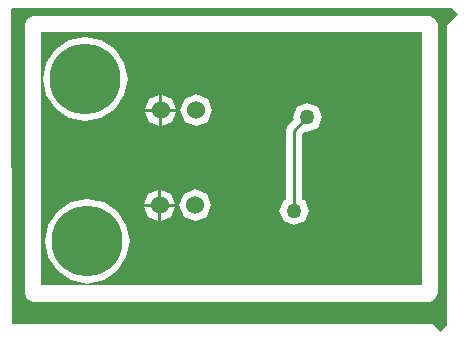
<source format=gbl>
%FSLAX23Y23*%
%MOIN*%
G70*
G01*
G75*
G04 Layer_Physical_Order=2*
G04 Layer_Color=16711680*
%ADD10R,0.035X0.031*%
%ADD11R,0.118X0.039*%
%ADD12R,0.118X0.059*%
%ADD13C,0.010*%
%ADD14C,0.060*%
%ADD15C,0.039*%
%ADD16C,0.236*%
%ADD17C,0.050*%
G36*
X1417Y931D02*
X1379Y893D01*
Y-14D01*
Y-107D01*
X1358Y-128D01*
X1334Y-103D01*
X-69D01*
X-73Y948D01*
X-69Y952D01*
X1397D01*
X1417Y931D01*
D02*
G37*
%LPC*%
G36*
X1322Y924D02*
X0D01*
X-19Y916D01*
X-27Y897D01*
Y0D01*
X-27Y0D01*
X-27D01*
X-19Y-19D01*
X0Y-27D01*
X1322D01*
X1341Y-19D01*
X1349Y0D01*
Y897D01*
X1341Y916D01*
X1322Y924D01*
D02*
G37*
%LPD*%
G36*
X1295Y27D02*
X27D01*
Y870D01*
X1295D01*
Y27D01*
D02*
G37*
%LPC*%
G36*
X474Y289D02*
X427D01*
Y242D01*
X461Y256D01*
X474Y289D01*
D02*
G37*
G36*
X417Y346D02*
X384Y333D01*
X370Y299D01*
X417D01*
Y346D01*
D02*
G37*
G36*
Y289D02*
X370D01*
X384Y256D01*
X417Y242D01*
Y289D01*
D02*
G37*
G36*
X181Y315D02*
X127Y304D01*
X82Y274D01*
X51Y228D01*
X40Y174D01*
X51Y120D01*
X82Y75D01*
X127Y44D01*
X181Y33D01*
X235Y44D01*
X281Y75D01*
X311Y120D01*
X322Y174D01*
X311Y228D01*
X281Y274D01*
X235Y304D01*
X181Y315D01*
D02*
G37*
G36*
X540Y348D02*
X502Y333D01*
X486Y294D01*
X502Y256D01*
X540Y240D01*
X579Y256D01*
X594Y294D01*
X579Y333D01*
X540Y348D01*
D02*
G37*
G36*
X174Y855D02*
X120Y845D01*
X75Y814D01*
X44Y768D01*
X33Y715D01*
X44Y661D01*
X75Y615D01*
X120Y584D01*
X174Y574D01*
X228Y584D01*
X274Y615D01*
X304Y661D01*
X315Y715D01*
X304Y768D01*
X274Y814D01*
X228Y845D01*
X174Y855D01*
D02*
G37*
G36*
X477Y606D02*
X430D01*
Y559D01*
X463Y573D01*
X477Y606D01*
D02*
G37*
G36*
X430Y663D02*
Y616D01*
X477D01*
X463Y649D01*
X430Y663D01*
D02*
G37*
G36*
X420D02*
X387Y649D01*
X373Y616D01*
X420D01*
Y663D01*
D02*
G37*
G36*
X914Y635D02*
X880Y621D01*
X866Y587D01*
X869Y579D01*
X851Y561D01*
X843Y542D01*
Y313D01*
X836Y310D01*
X821Y276D01*
X836Y241D01*
X870Y227D01*
X905Y241D01*
X919Y276D01*
X905Y310D01*
X897Y313D01*
Y531D01*
X907Y541D01*
X914Y538D01*
X949Y552D01*
X963Y587D01*
X949Y621D01*
X914Y635D01*
D02*
G37*
G36*
X427Y346D02*
Y299D01*
X474D01*
X461Y333D01*
X427Y346D01*
D02*
G37*
G36*
X420Y606D02*
X373D01*
X387Y573D01*
X420Y559D01*
Y606D01*
D02*
G37*
G36*
X543Y665D02*
X505Y649D01*
X489Y611D01*
X505Y573D01*
X543Y557D01*
X582Y573D01*
X597Y611D01*
X582Y649D01*
X543Y665D01*
D02*
G37*
%LPD*%
D13*
X870Y276D02*
Y542D01*
X914Y587D01*
D14*
X425Y611D02*
D03*
X543D02*
D03*
X540Y294D02*
D03*
X422D02*
D03*
D15*
X112Y777D02*
D03*
X237D02*
D03*
X174Y803D02*
D03*
X86Y715D02*
D03*
X112Y652D02*
D03*
X174Y626D02*
D03*
X237Y652D02*
D03*
X263Y715D02*
D03*
X270Y174D02*
D03*
X244Y112D02*
D03*
X181Y86D02*
D03*
X118Y112D02*
D03*
X93Y174D02*
D03*
X181Y263D02*
D03*
X244Y237D02*
D03*
X118D02*
D03*
D16*
X174Y715D02*
D03*
X181Y174D02*
D03*
D17*
X914Y587D02*
D03*
X870Y276D02*
D03*
M02*

</source>
